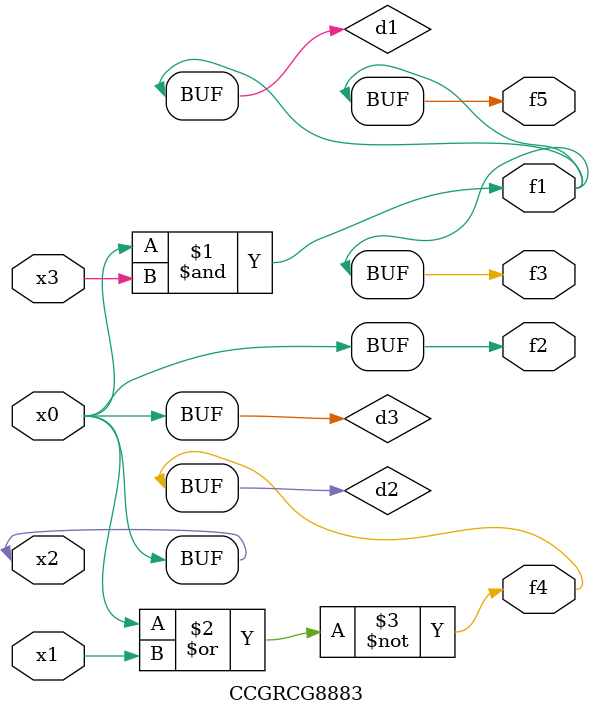
<source format=v>
module CCGRCG8883(
	input x0, x1, x2, x3,
	output f1, f2, f3, f4, f5
);

	wire d1, d2, d3;

	and (d1, x2, x3);
	nor (d2, x0, x1);
	buf (d3, x0, x2);
	assign f1 = d1;
	assign f2 = d3;
	assign f3 = d1;
	assign f4 = d2;
	assign f5 = d1;
endmodule

</source>
